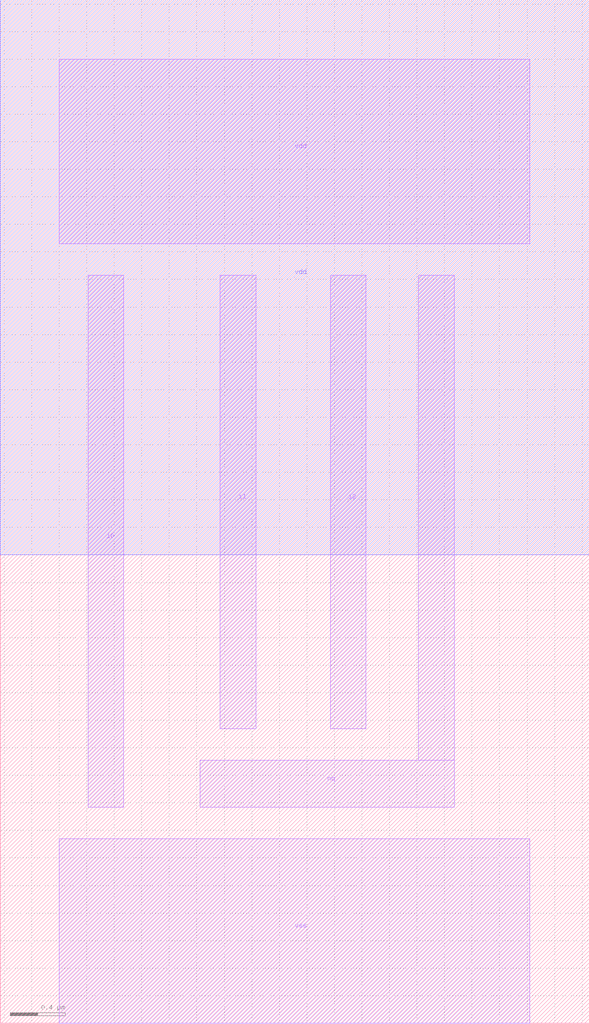
<source format=lef>
VERSION 5.7 ;
  NOWIREEXTENSIONATPIN ON ;
  DIVIDERCHAR "/" ;
  BUSBITCHARS "[]" ;
MACRO nor3_x0
  CLASS BLOCK ;
  FOREIGN nor3_x0 ;
  ORIGIN 0.430 0.000 ;
  SIZE 4.280 BY 7.430 ;
  PIN vss
    ANTENNADIFFAREA 1.975200 ;
    PORT
      LAYER Metal1 ;
        RECT 0.000 0.000 3.420 1.340 ;
    END
  END vss
  PIN vdd
    ANTENNADIFFAREA 1.517600 ;
    PORT
      LAYER Nwell ;
        RECT -0.430 3.400 3.850 7.430 ;
      LAYER Metal1 ;
        RECT 0.000 5.660 3.420 7.000 ;
    END
  END vdd
  PIN nq
    ANTENNADIFFAREA 1.232000 ;
    PORT
      LAYER Metal1 ;
        RECT 2.610 1.910 2.870 5.430 ;
        RECT 1.025 1.570 2.870 1.910 ;
    END
  END nq
  PIN i0
    ANTENNAGATEAREA 0.492800 ;
    PORT
      LAYER Metal1 ;
        RECT 0.210 1.570 0.470 5.430 ;
    END
  END i0
  PIN i1
    ANTENNAGATEAREA 0.492800 ;
    PORT
      LAYER Metal1 ;
        RECT 1.170 2.140 1.430 5.430 ;
    END
  END i1
  PIN i2
    ANTENNAGATEAREA 0.492800 ;
    PORT
      LAYER Metal1 ;
        RECT 1.970 2.140 2.230 5.430 ;
    END
  END i2
END nor3_x0
END LIBRARY


</source>
